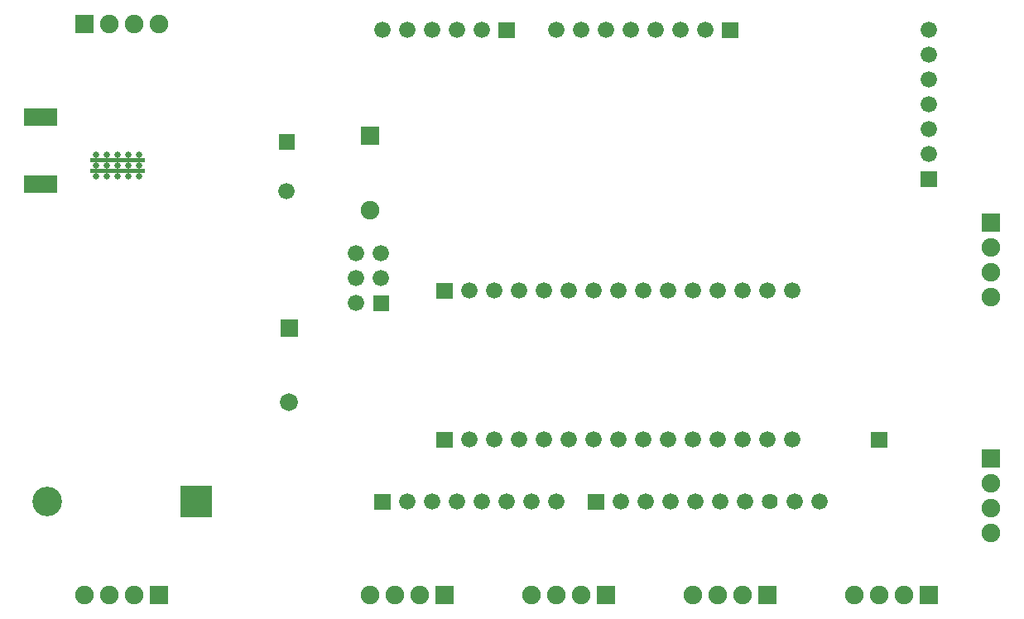
<source format=gbr>
G04 start of page 6 for group -4062 idx -4062 *
G04 Title: (unknown), soldermask *
G04 Creator: pcb 4.0.2 *
G04 CreationDate: Wed Apr  1 14:15:11 2020 UTC *
G04 For: shyam *
G04 Format: Gerber/RS-274X *
G04 PCB-Dimensions (mil): 4100.00 2500.00 *
G04 PCB-Coordinate-Origin: lower left *
%MOIN*%
%FSLAX25Y25*%
%LNBOTTOMMASK*%
%ADD105C,0.0257*%
%ADD104C,0.0720*%
%ADD103C,0.0640*%
%ADD102C,0.0750*%
%ADD101C,0.1190*%
%ADD100C,0.0001*%
%ADD99C,0.0660*%
G54D99*X271000Y47500D03*
G54D100*G36*
X237700Y50800D02*Y44200D01*
X244300D01*
Y50800D01*
X237700D01*
G37*
G54D99*X251000Y47500D03*
X261000D03*
G54D100*G36*
X151700Y50800D02*Y44200D01*
X158300D01*
Y50800D01*
X151700D01*
G37*
G54D99*X165000Y47500D03*
X175000D03*
X185000D03*
X195000D03*
X205000D03*
X215000D03*
X225000D03*
G54D100*G36*
X73650Y53850D02*Y41150D01*
X86350D01*
Y53850D01*
X73650D01*
G37*
G54D101*X20000Y47500D03*
G54D100*G36*
X176250Y13750D02*Y6250D01*
X183750D01*
Y13750D01*
X176250D01*
G37*
G54D102*X170000Y10000D03*
X160000D03*
X150000D03*
G54D100*G36*
X241250Y13750D02*Y6250D01*
X248750D01*
Y13750D01*
X241250D01*
G37*
G54D102*X235000Y10000D03*
X225000D03*
X215000D03*
G54D100*G36*
X61250Y13750D02*Y6250D01*
X68750D01*
Y13750D01*
X61250D01*
G37*
G54D102*X55000Y10000D03*
X45000D03*
X35000D03*
G54D99*X210000Y72500D03*
X220000D03*
X230000D03*
X240000D03*
X250000D03*
G54D100*G36*
X176700Y75800D02*Y69200D01*
X183300D01*
Y75800D01*
X176700D01*
G37*
G54D99*X190000Y72500D03*
X200000D03*
X260000D03*
X270000D03*
G54D100*G36*
X396250Y68750D02*Y61250D01*
X403750D01*
Y68750D01*
X396250D01*
G37*
G36*
X351700Y75800D02*Y69200D01*
X358300D01*
Y75800D01*
X351700D01*
G37*
G54D102*X400000Y55000D03*
Y45000D03*
Y35000D03*
G54D100*G36*
X371250Y13750D02*Y6250D01*
X378750D01*
Y13750D01*
X371250D01*
G37*
G54D102*X365000Y10000D03*
X355000D03*
X345000D03*
G54D100*G36*
X176700Y135800D02*Y129200D01*
X183300D01*
Y135800D01*
X176700D01*
G37*
G54D99*X190000Y132500D03*
X200000D03*
X210000D03*
X220000D03*
X230000D03*
X320000D03*
X240000D03*
X250000D03*
X260000D03*
X270000D03*
X280000D03*
X290000D03*
X300000D03*
X310000D03*
G54D100*G36*
X306250Y13750D02*Y6250D01*
X313750D01*
Y13750D01*
X306250D01*
G37*
G54D102*X300000Y10000D03*
X290000D03*
X280000D03*
G54D103*X311000Y47500D03*
G54D99*X281000D03*
X301000D03*
X291000D03*
X331000D03*
X321000D03*
X280000Y72500D03*
X290000D03*
X300000D03*
X310000D03*
X320000D03*
G54D100*G36*
X396250Y163750D02*Y156250D01*
X403750D01*
Y163750D01*
X396250D01*
G37*
G36*
X371700Y180800D02*Y174200D01*
X378300D01*
Y180800D01*
X371700D01*
G37*
G54D102*X400000Y150000D03*
Y140000D03*
Y130000D03*
G54D99*X375000Y187500D03*
Y197500D03*
Y207500D03*
Y217500D03*
Y227500D03*
Y237500D03*
G54D100*G36*
X291700Y240800D02*Y234200D01*
X298300D01*
Y240800D01*
X291700D01*
G37*
G54D99*X285000Y237500D03*
X275000D03*
X265000D03*
X255000D03*
X245000D03*
X235000D03*
X225000D03*
G54D100*G36*
X201700Y240800D02*Y234200D01*
X208300D01*
Y240800D01*
X201700D01*
G37*
G54D99*X154500Y137500D03*
X144500D03*
X154500Y147500D03*
X144500D03*
G54D100*G36*
X151200Y130800D02*Y124200D01*
X157800D01*
Y130800D01*
X151200D01*
G37*
G54D99*X144500Y127500D03*
G54D100*G36*
X113900Y121100D02*Y113900D01*
X121100D01*
Y121100D01*
X113900D01*
G37*
G54D104*X117500Y87500D03*
G54D102*X150000Y165000D03*
G54D99*X195000Y237500D03*
X185000D03*
X175000D03*
X165000D03*
X155000D03*
G54D100*G36*
X31250Y243750D02*Y236250D01*
X38750D01*
Y243750D01*
X31250D01*
G37*
G54D102*X45000Y240000D03*
X55000D03*
X65000D03*
G54D100*G36*
X146250Y198750D02*Y191250D01*
X153750D01*
Y198750D01*
X146250D01*
G37*
G36*
X113200Y195800D02*Y189200D01*
X119800D01*
Y195800D01*
X113200D01*
G37*
G54D99*X116500Y172500D03*
G54D105*X48367Y187323D03*
X44037D03*
X52697Y178663D03*
Y182993D03*
Y187323D03*
X57028Y178663D03*
Y182993D03*
Y187323D03*
X44037Y178663D03*
X39706D03*
Y182993D03*
X44037D03*
X39706Y187323D03*
X48367Y182993D03*
Y178663D03*
G54D100*G36*
X10850Y206050D02*Y198950D01*
X24150D01*
Y206050D01*
X10850D01*
G37*
G36*
Y179050D02*Y171950D01*
X24150D01*
Y179050D01*
X10850D01*
G37*
G36*
X37421Y181680D02*Y179976D01*
X59313D01*
Y181680D01*
X37421D01*
G37*
G36*
Y186010D02*Y184306D01*
X59313D01*
Y186010D01*
X37421D01*
G37*
M02*

</source>
